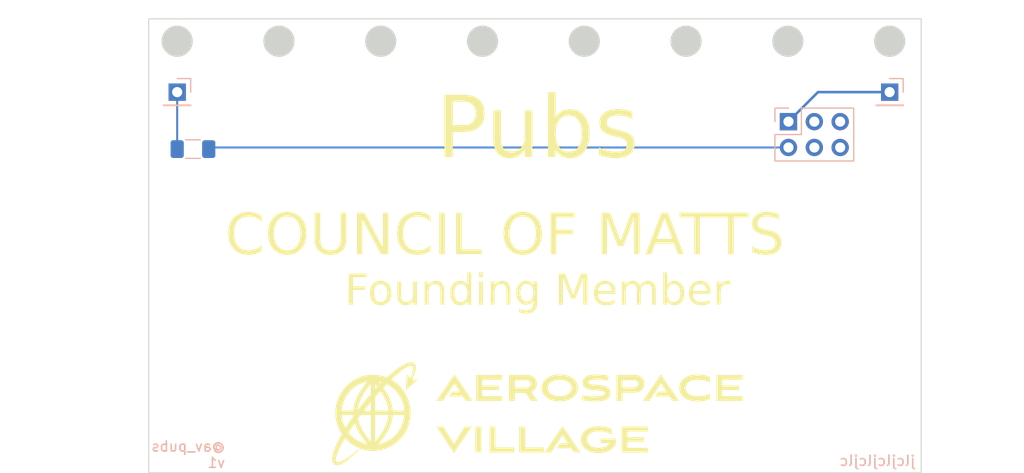
<source format=kicad_pcb>
(kicad_pcb (version 20220621) (generator pcbnew)
  (layers (0 "F.Cu" signal) (31 "B.Cu" signal) (34 "B.Paste" user) (35 "F.Paste" user) (36 "B.SilkS" user "B.Silkscreen") (37 "F.SilkS" user "F.Silkscreen") (38 "B.Mask" user) (39 "F.Mask" user) (44 "Edge.Cuts" user))
  (net 0 "")
  (footprint "Connector_PinHeader_2.54mm:PinHeader_2x03_P2.54mm_Vertical" (layer "B.Cu") (at 128.06 68.9 -90)
    (fp_text reference "REF**" hide)
    (fp_text value "PinHeader_2x03_P2.54mm_Vertical")
  )
  (footprint "Connector_PinHeader_2.54mm:PinHeader_1x01_P2.54mm_Vertical" (layer "B.Cu") (at 68 66 180)
    (fp_text reference "REF**" hide)
    (fp_text value "PinHeader_1x01_P2.54mm_Vertical")
  )
  (footprint "Resistor_SMD:R_1206_3216Metric_Pad1.30x1.75mm_HandSolder" (layer "B.Cu") (at 69.55 71.6 180)
    (fp_text reference "REF**" hide)
    (fp_text value "R_1206_3216Metric_Pad1.30x1.75mm_HandSolder")
  )
  (footprint "Connector_PinHeader_2.54mm:PinHeader_1x01_P2.54mm_Vertical" (layer "B.Cu") (at 138 66 180)
    (fp_text reference "REF**" hide)
    (fp_text value "PinHeader_1x01_P2.54mm_Vertical")
  )
  (gr_poly (pts (xy 85.964983 97.803052) (xy 85.894623 97.897778) (xy 85.824683 97.9928) (xy 85.755216 98.08805) (xy 85.75385 98.082507) (xy 85.720527 97.897981) (xy 85.720331 97.896716) (xy 85.720165 97.895517) (xy 85.699268 97.708614) (xy 86.035764 97.708614)) (stroke (width 0.04)) (fill solid) (layer "F.SilkS"))
  (gr_poly (pts (xy 112.975377 93.807647) (xy 113.03898 93.81158) (xy 113.100014 93.818016) (xy 113.15851 93.826858) (xy 113.214502 93.838009) (xy 113.268022 93.851371) (xy 113.319103 93.866848) (xy 113.367777 93.884342) (xy 113.414078 93.903756) (xy 113.458039 93.924993) (xy 113.499691 93.947956) (xy 113.539068 93.972547) (xy 113.576203 93.998669) (xy 113.611128 94.026225) (xy 113.643876 94.055119) (xy 113.674479 94.085252) (xy 113.702971 94.116528) (xy 113.729385 94.148849) (xy 113.753752 94.182118) (xy 113.776106 94.216238) (xy 113.79648 94.251112) (xy 113.814905 94.286643) (xy 113.831416 94.322733) (xy 113.846045 94.359286) (xy 113.858824 94.396203) (xy 113.869786 94.433389) (xy 113.878964 94.470745) (xy 113.886391 94.508175) (xy 113.896122 94.582866) (xy 113.899241 94.656686) (xy 113.896035 94.730558) (xy 113.886239 94.805401) (xy 113.869589 94.880422) (xy 113.84582 94.95483) (xy 113.81467 95.027833) (xy 113.796243 95.06356) (xy 113.775872 95.09864) (xy 113.753523 95.132973) (xy 113.729163 95.16646) (xy 113.70276 95.199002) (xy 113.674279 95.230501) (xy 113.643689 95.260857) (xy 113.610955 95.289971) (xy 113.576046 95.317746) (xy 113.538927 95.34408) (xy 113.499566 95.368877) (xy 113.45793 95.392036) (xy 113.413986 95.413459) (xy 113.367701 95.433048) (xy 113.319042 95.450702) (xy 113.267975 95.466323) (xy 113.214468 95.479812) (xy 113.158487 95.491071) (xy 113.1 95.5) (xy 113.038974 95.5065) (xy 112.975375 95.510473) (xy 112.90917 95.511819) (xy 111.728599 95.511819) (xy 111.728599 96.317211) (xy 111.183558 96.317211) (xy 111.183558 95.036627) (xy 111.729129 95.036627) (xy 112.794339 95.036627) (xy 112.834999 95.036019) (xy 112.873572 95.034227) (xy 112.910111 95.031294) (xy 112.944666 95.027269) (xy 112.977291 95.022195) (xy 113.008038 95.01612) (xy 113.036958 95.009089) (xy 113.064105 95.001148) (xy 113.089531 94.992343) (xy 113.113287 94.982719) (xy 113.135426 94.972323) (xy 113.155999 94.961199) (xy 113.175061 94.949395) (xy 113.192661 94.936956) (xy 113.208854 94.923927) (xy 113.22369 94.910355) (xy 113.237223 94.896285) (xy 113.249504 94.881763) (xy 113.260586 94.866836) (xy 113.270521 94.851548) (xy 113.279361 94.835946) (xy 113.287158 94.820075) (xy 113.293964 94.803982) (xy 113.299833 94.787712) (xy 113.304815 94.771311) (xy 113.308964 94.754825) (xy 113.314969 94.72178) (xy 113.318266 94.688945) (xy 113.319272 94.656686) (xy 113.318266 94.625265) (xy 113.314969 94.593163) (xy 113.308964 94.560754) (xy 113.299833 94.528412) (xy 113.287158 94.496511) (xy 113.270521 94.465423) (xy 113.260586 94.450301) (xy 113.249504 94.435523) (xy 113.237223 94.421135) (xy 113.22369 94.407184) (xy 113.208854 94.393716) (xy 113.192661 94.380779) (xy 113.175061 94.368419) (xy 113.155999 94.356683) (xy 113.135426 94.345618) (xy 113.113287 94.335269) (xy 113.089531 94.325685) (xy 113.064105 94.316911) (xy 113.036958 94.308994) (xy 113.008038 94.301982) (xy 112.977291 94.29592) (xy 112.944666 94.290856) (xy 112.910111 94.286835) (xy 112.873572 94.283906) (xy 112.834999 94.282114) (xy 112.794339 94.281506) (xy 111.729129 94.281506) (xy 111.729129 95.036627) (xy 111.183558 95.036627) (xy 111.183558 93.806315) (xy 112.90917 93.806315)) (stroke (width 0.04)) (fill solid) (layer "F.SilkS"))
  (gr_poly (pts (xy 102.175025 100.926252) (xy 104.005413 100.926252) (xy 104.005413 101.396153) (xy 101.629983 101.396153) (xy 101.629983 98.885256) (xy 102.175025 98.885256)) (stroke (width 0.04)) (fill solid) (layer "F.SilkS"))
  (gr_poly (pts (xy 96.982842 96.317211) (xy 96.372713 96.317211) (xy 96.092254 95.891761) (xy 94.725946 95.891761) (xy 95.018575 95.446731) (xy 95.802271 95.446731) (xy 95.242413 94.591598) (xy 94.682025 95.446731) (xy 94.682554 95.446731) (xy 94.389925 95.891761) (xy 94.38675 95.891761) (xy 94.111583 96.317211) (xy 93.501454 96.317211) (xy 95.242413 93.766098)) (stroke (width 0.04)) (fill solid) (layer "F.SilkS"))
  (gr_poly (pts (xy 109.501694 98.846205) (xy 109.589622 98.849679) (xy 109.676654 98.855424) (xy 109.762695 98.863403) (xy 109.847651 98.873581) (xy 109.931427 98.885921) (xy 110.013929 98.900386) (xy 110.095062 98.91694) (xy 110.174731 98.935547) (xy 110.252842 98.95617) (xy 110.329301 98.978772) (xy 110.404013 99.003318) (xy 110.476883 99.029771) (xy 110.547816 99.058094) (xy 110.616719 99.088251) (xy 110.683496 99.120206) (xy 110.683496 99.605452) (xy 110.550297 99.545158) (xy 110.412447 99.488919) (xy 110.341502 99.462705) (xy 110.269065 99.437964) (xy 110.195024 99.414852) (xy 110.119271 99.393521) (xy 110.041694 99.374124) (xy 109.962184 99.356816) (xy 109.880631 99.341749) (xy 109.796925 99.329078) (xy 109.710955 99.318955) (xy 109.622612 99.311535) (xy 109.531785 99.30697) (xy 109.438365 99.305414) (xy 109.341155 99.307648) (xy 109.241611 99.314603) (xy 109.140919 99.326661) (xy 109.040267 99.344201) (xy 108.940843 99.367604) (xy 108.891963 99.381623) (xy 108.843834 99.39725) (xy 108.796607 99.414534) (xy 108.750429 99.433522) (xy 108.705448 99.454261) (xy 108.661813 99.476798) (xy 108.619673 99.501182) (xy 108.579176 99.52746) (xy 108.54047 99.555679) (xy 108.503704 99.585888) (xy 108.469026 99.618133) (xy 108.436585 99.652463) (xy 108.406529 99.688924) (xy 108.379006 99.727565) (xy 108.354166 99.768433) (xy 108.332156 99.811576) (xy 108.313125 99.85704) (xy 108.297221 99.904874) (xy 108.284593 99.955126) (xy 108.275389 100.007843) (xy 108.269758 100.063071) (xy 108.267848 100.12086) (xy 108.269288 100.170369) (xy 108.273568 100.218574) (xy 108.280631 100.265456) (xy 108.290417 100.311) (xy 108.302869 100.355186) (xy 108.317927 100.397998) (xy 108.335534 100.439418) (xy 108.355632 100.479428) (xy 108.37816 100.518012) (xy 108.403062 100.555151) (xy 108.430279 100.590827) (xy 108.459752 100.625024) (xy 108.491423 100.657724) (xy 108.525234 100.688909) (xy 108.561126 100.718562) (xy 108.59904 100.746665) (xy 108.638918 100.773201) (xy 108.680703 100.798152) (xy 108.769755 100.843229) (xy 108.86573 100.881756) (xy 108.968159 100.913592) (xy 109.076575 100.938598) (xy 109.190512 100.956634) (xy 109.309501 100.967558) (xy 109.433075 100.97123) (xy 109.507382 100.969839) (xy 109.583633 100.965512) (xy 109.661188 100.958013) (xy 109.739412 100.947112) (xy 109.817667 100.932573) (xy 109.895316 100.914164) (xy 109.971722 100.891651) (xy 110.046247 100.864802) (xy 110.082605 100.849678) (xy 110.118254 100.833382) (xy 110.153114 100.815885) (xy 110.187106 100.797158) (xy 110.22015 100.777172) (xy 110.252167 100.755898) (xy 110.283076 100.733306) (xy 110.312798 100.709367) (xy 110.341254 100.684053) (xy 110.368363 100.657333) (xy 110.394047 100.629179) (xy 110.418224 100.599562) (xy 110.440817 100.568453) (xy 110.461745 100.535821) (xy 110.480928 100.501639) (xy 110.498288 100.465876) (xy 109.633098 100.465876) (xy 109.633098 100.060534) (xy 111.108415 100.060534) (xy 111.108642 100.076794) (xy 111.109242 100.092185) (xy 111.11106 100.122447) (xy 111.112031 100.138359) (xy 111.112879 100.155487) (xy 111.113478 100.174351) (xy 111.113705 100.195472) (xy 111.111367 100.270804) (xy 111.104439 100.343896) (xy 111.093051 100.414739) (xy 111.07733 100.483323) (xy 111.057408 100.549638) (xy 111.033411 100.613673) (xy 111.005471 100.675419) (xy 110.973716 100.734866) (xy 110.938275 100.792004) (xy 110.899277 100.846823) (xy 110.856852 100.899313) (xy 110.811129 100.949463) (xy 110.762236 100.997264) (xy 110.710303 101.042707) (xy 110.65546 101.08578) (xy 110.597834 101.126474) (xy 110.474755 101.200686) (xy 110.342099 101.265262) (xy 110.2009 101.320122) (xy 110.05219 101.365187) (xy 109.897003 101.400376) (xy 109.736372 101.42561) (xy 109.57133 101.440809) (xy 109.402911 101.445893) (xy 109.317479 101.444533) (xy 109.232815 101.440463) (xy 109.149049 101.433699) (xy 109.066306 101.424256) (xy 108.984715 101.41215) (xy 108.904403 101.397397) (xy 108.825497 101.380012) (xy 108.748125 101.360011) (xy 108.672414 101.337409) (xy 108.598491 101.312222) (xy 108.526485 101.284466) (xy 108.456522 101.254156) (xy 108.388729 101.221308) (xy 108.323235 101.185937) (xy 108.260167 101.148059) (xy 108.199651 101.10769) (xy 108.141816 101.064844) (xy 108.086789 101.019539) (xy 108.034698 100.971789) (xy 107.985669 100.92161) (xy 107.93983 100.869018) (xy 107.897308 100.814027) (xy 107.858232 100.756655) (xy 107.822728 100.696916) (xy 107.790923 100.634826) (xy 107.762946 100.5704) (xy 107.738924 100.503655) (xy 107.718983 100.434605) (xy 107.703252 100.363267) (xy 107.691858 100.289656) (xy 107.684928 100.213787) (xy 107.68259 100.135677) (xy 107.685069 100.054084) (xy 107.692407 99.97529) (xy 107.704449 99.899281) (xy 107.721043 99.826043) (xy 107.742036 99.755563) (xy 107.767275 99.687826) (xy 107.796607 99.62282) (xy 107.82988 99.560531) (xy 107.86694 99.500944) (xy 107.907634 99.444047) (xy 107.95181 99.389825) (xy 107.999314 99.338265) (xy 108.049995 99.289354) (xy 108.103698 99.243077) (xy 108.160271 99.199421) (xy 108.219561 99.158372) (xy 108.345682 99.084042) (xy 108.480835 99.019978) (xy 108.6238 98.966069) (xy 108.773351 98.922207) (xy 108.928267 98.888282) (xy 109.087323 98.864186) (xy 109.249297 98.849808) (xy 109.412965 98.845039)) (stroke (width 0.04)) (fill solid) (layer "F.SilkS"))
  (gr_poly (pts (xy 117.271091 96.317211) (xy 116.66096 96.317211) (xy 116.380502 95.891761) (xy 115.008903 95.891761) (xy 115.30153 95.446731) (xy 116.09052 95.446731) (xy 115.530661 94.591598) (xy 114.400361 96.317211) (xy 113.789702 96.317211) (xy 115.530661 93.766098)) (stroke (width 0.04)) (fill solid) (layer "F.SilkS"))
  (gr_poly (pts (xy 97.858083 101.396153) (xy 97.313041 101.396153) (xy 97.313041 98.885256) (xy 97.858083 98.885256)) (stroke (width 0.04)) (fill solid) (layer "F.SilkS"))
  (gr_poly (pts (xy 95.192142 100.585998) (xy 96.252592 98.885256) (xy 96.892884 98.885256) (xy 95.192142 101.446422) (xy 93.501454 98.885256) (xy 94.147038 98.885256)) (stroke (width 0.04)) (fill solid) (layer "F.SilkS"))
  (gr_poly (pts (xy 102.395747 93.807676) (xy 102.459351 93.811693) (xy 102.520384 93.818265) (xy 102.578881 93.82729) (xy 102.634874 93.838669) (xy 102.688395 93.852299) (xy 102.739478 93.868081) (xy 102.788155 93.885913) (xy 102.83446 93.905695) (xy 102.878425 93.927325) (xy 102.920083 93.950703) (xy 102.959466 93.975728) (xy 102.996608 94.002299) (xy 103.031542 94.030315) (xy 103.0643 94.059675) (xy 103.094915 94.090279) (xy 103.12342 94.122025) (xy 103.149849 94.154813) (xy 103.174232 94.188542) (xy 103.196605 94.223111) (xy 103.216999 94.258419) (xy 103.235447 94.294365) (xy 103.251983 94.330849) (xy 103.266638 94.367769) (xy 103.279446 94.405025) (xy 103.29044 94.442515) (xy 103.307116 94.517797) (xy 103.316929 94.592808) (xy 103.320141 94.66674) (xy 103.318368 94.724137) (xy 103.312973 94.78183) (xy 103.303845 94.839515) (xy 103.290872 94.896894) (xy 103.273943 94.953666) (xy 103.26396 94.981729) (xy 103.252946 95.009528) (xy 103.240887 95.037025) (xy 103.227769 95.064182) (xy 103.213578 95.090961) (xy 103.198301 95.117325) (xy 103.181923 95.143237) (xy 103.16443 95.168658) (xy 103.145809 95.193551) (xy 103.126045 95.217879) (xy 103.105125 95.241604) (xy 103.083034 95.264688) (xy 103.059758 95.287094) (xy 103.035285 95.308784) (xy 103.009599 95.329721) (xy 102.982686 95.349867) (xy 102.954534 95.369184) (xy 102.925127 95.387634) (xy 102.894452 95.405181) (xy 102.862495 95.421787) (xy 102.829242 95.437413) (xy 102.794679 95.452023) (xy 103.374644 96.317211) (xy 102.764515 96.317211) (xy 102.23429 95.531927) (xy 101.159023 95.531927) (xy 101.159023 96.317211) (xy 100.613982 96.317211) (xy 100.613982 95.051444) (xy 101.159554 95.051444) (xy 102.250168 95.051444) (xy 102.288061 95.050851) (xy 102.323985 95.0491) (xy 102.357992 95.046234) (xy 102.390131 95.042293) (xy 102.420452 95.037321) (xy 102.449005 95.031359) (xy 102.475841 95.02445) (xy 102.50101 95.016635) (xy 102.524562 95.007956) (xy 102.546547 94.998456) (xy 102.567016 94.988177) (xy 102.586018 94.97716) (xy 102.603604 94.965448) (xy 102.619824 94.953083) (xy 102.634728 94.940106) (xy 102.648366 94.926561) (xy 102.660789 94.912488) (xy 102.672047 94.89793) (xy 102.68219 94.882929) (xy 102.691268 94.867528) (xy 102.699331 94.851767) (xy 102.70643 94.83569) (xy 102.712615 94.819337) (xy 102.717935 94.802752) (xy 102.722442 94.785977) (xy 102.726184 94.769052) (xy 102.73158 94.734926) (xy 102.734522 94.70071) (xy 102.735414 94.66674) (xy 102.734522 94.635319) (xy 102.73158 94.603217) (xy 102.726184 94.570809) (xy 102.717935 94.538467) (xy 102.70643 94.506565) (xy 102.699331 94.490896) (xy 102.691268 94.475477) (xy 102.68219 94.460355) (xy 102.672047 94.445577) (xy 102.660789 94.431189) (xy 102.648366 94.417238) (xy 102.634727 94.40377) (xy 102.619823 94.390834) (xy 102.603603 94.378474) (xy 102.586017 94.366738) (xy 102.567015 94.355672) (xy 102.546546 94.345324) (xy 102.524561 94.335739) (xy 102.501009 94.326965) (xy 102.47584 94.319049) (xy 102.449004 94.312036) (xy 102.420451 94.305974) (xy 102.39013 94.30091) (xy 102.357992 94.29689) (xy 102.323985 94.29396) (xy 102.288061 94.292168) (xy 102.250168 94.291561) (xy 101.159554 94.291561) (xy 101.159554 95.051444) (xy 100.613982 95.051444) (xy 100.613982 93.806315) (xy 102.329541 93.806315)) (stroke (width 0.04)) (fill solid) (layer "F.SilkS"))
  (gr_poly (pts (xy 84.194193 99.603498) (xy 84.216151 99.635969) (xy 84.240715 99.671483) (xy 84.265675 99.706691) (xy 84.291064 99.741565) (xy 84.317734 99.777241) (xy 84.344818 99.812577) (xy 84.37231 99.847573) (xy 84.400205 99.882228) (xy 84.42162 99.908082) (xy 84.443369 99.933635) (xy 84.465343 99.958988) (xy 84.487435 99.984238) (xy 84.470557 100.012116) (xy 84.453473 100.039888) (xy 84.436447 100.067689) (xy 84.419739 100.095652) (xy 84.285178 100.329747) (xy 84.15369 100.565039) (xy 84.089812 100.68338) (xy 84.027559 100.802316) (xy 83.967217 100.921944) (xy 83.909072 101.042364) (xy 83.853257 101.163083) (xy 83.799492 101.284914) (xy 83.74863 101.407526) (xy 83.701527 101.530592) (xy 83.659038 101.653782) (xy 83.639791 101.71532) (xy 83.622018 101.776766) (xy 83.605825 101.838079) (xy 83.59132 101.899217) (xy 83.57861 101.96014) (xy 83.567801 102.020805) (xy 83.564567 102.05027) (xy 83.562065 102.079427) (xy 83.560382 102.108122) (xy 83.559605 102.136202) (xy 83.55982 102.163512) (xy 83.560327 102.176831) (xy 83.561114 102.1899) (xy 83.562193 102.2027) (xy 83.563573 102.215212) (xy 83.565267 102.227416) (xy 83.567284 102.239294) (xy 83.570034 102.250728) (xy 83.572937 102.261438) (xy 83.576011 102.271455) (xy 83.579274 102.280812) (xy 83.582745 102.289539) (xy 83.586441 102.297669) (xy 83.588379 102.301519) (xy 83.59038 102.305233) (xy 83.592446 102.308812) (xy 83.59458 102.312263) (xy 83.596783 102.315587) (xy 83.599059 102.31879) (xy 83.601408 102.321876) (xy 83.603835 102.324848) (xy 83.60634 102.32771) (xy 83.608926 102.330466) (xy 83.611595 102.333121) (xy 83.61435 102.335677) (xy 83.617192 102.33814) (xy 83.620125 102.340513) (xy 83.623149 102.3428) (xy 83.626268 102.345005) (xy 83.632799 102.349185) (xy 83.639734 102.353085) (xy 83.647548 102.356856) (xy 83.656077 102.360229) (xy 83.665282 102.363207) (xy 83.675121 102.365787) (xy 83.685552 102.367971) (xy 83.696535 102.369758) (xy 83.708028 102.371148) (xy 83.71999 102.372141) (xy 83.73238 102.372738) (xy 83.745157 102.372938) (xy 83.758279 102.37274) (xy 83.771705 102.372146) (xy 83.785395 102.371154) (xy 83.799306 102.369766) (xy 83.813398 102.36798) (xy 83.82763 102.365797) (xy 83.856413 102.360654) (xy 83.88557 102.354408) (xy 83.915032 102.347146) (xy 83.944735 102.338955) (xy 83.974611 102.32992) (xy 84.004595 102.320129) (xy 84.034619 102.309666) (xy 84.064618 102.298618) (xy 84.124859 102.274036) (xy 84.184741 102.247788) (xy 84.244273 102.219981) (xy 84.303468 102.190724) (xy 84.362335 102.160123) (xy 84.420885 102.128288) (xy 84.537077 102.061345) (xy 84.652128 101.990755) (xy 84.766122 101.917381) (xy 84.879144 101.842086) (xy 84.99128 101.765731) (xy 85.102258 101.686689) (xy 85.212558 101.606377) (xy 85.322199 101.524873) (xy 85.431201 101.442251) (xy 85.647364 101.273957) (xy 85.861201 101.102102) (xy 85.767273 101.20234) (xy 85.672341 101.301749) (xy 85.576295 101.400191) (xy 85.47902 101.49753) (xy 85.380407 101.593629) (xy 85.280342 101.68835) (xy 85.178713 101.781557) (xy 85.075409 101.873114) (xy 85.023365 101.918548) (xy 84.9708 101.963536) (xy 84.91769 102.008028) (xy 84.864009 102.051975) (xy 84.809733 102.095326) (xy 84.754837 102.138032) (xy 84.699295 102.180043) (xy 84.643084 102.22131) (xy 84.586235 102.262092) (xy 84.528711 102.302191) (xy 84.470381 102.341473) (xy 84.411115 102.3798) (xy 84.350782 102.417035) (xy 84.289252 102.453042) (xy 84.226395 102.487685) (xy 84.16208 102.520827) (xy 84.129147 102.53653) (xy 84.095766 102.551793) (xy 84.061839 102.566474) (xy 84.027266 102.58043) (xy 83.99195 102.593518) (xy 83.95579 102.605595) (xy 83.918689 102.616518) (xy 83.899754 102.621502) (xy 83.880547 102.626144) (xy 83.84166 102.634265) (xy 83.801233 102.641103) (xy 83.780457 102.643826) (xy 83.759316 102.645971) (xy 83.737814 102.64745) (xy 83.715959 102.648178) (xy 83.693757 102.648069) (xy 83.671214 102.647037) (xy 83.648336 102.644996) (xy 83.62513 102.641859) (xy 83.601601 102.63754) (xy 83.577757 102.631954) (xy 83.553604 102.625015) (xy 83.529147 102.616635) (xy 83.517116 102.611672) (xy 83.505227 102.606308) (xy 83.493475 102.600545) (xy 83.481853 102.594385) (xy 83.470355 102.587827) (xy 83.458974 102.580874) (xy 83.447706 102.573526) (xy 83.436543 102.565785) (xy 83.426476 102.557283) (xy 83.416524 102.548476) (xy 83.406697 102.539408) (xy 83.397008 102.530122) (xy 83.387468 102.520662) (xy 83.378088 102.511073) (xy 83.36888 102.501398) (xy 83.359855 102.491681) (xy 83.345605 102.470474) (xy 83.338566 102.459757) (xy 83.331637 102.44898) (xy 83.324858 102.438153) (xy 83.318266 102.427287) (xy 83.3119 102.416394) (xy 83.305801 102.405485) (xy 83.301289 102.394721) (xy 83.296874 102.383871) (xy 83.288308 102.361957) (xy 83.280039 102.339845) (xy 83.272005 102.317635) (xy 83.266498 102.29601) (xy 83.26166 102.274588) (xy 83.257454 102.253361) (xy 83.253846 102.232322) (xy 83.250798 102.211462) (xy 83.248274 102.190775) (xy 83.246238 102.170252) (xy 83.244654 102.149885) (xy 83.242695 102.10959) (xy 83.242109 102.069829) (xy 83.242605 102.03054) (xy 83.243893 101.99166) (xy 83.250802 101.915986) (xy 83.260272 101.841677) (xy 83.272085 101.76861) (xy 83.286026 101.69666) (xy 83.301876 101.625702) (xy 83.31942 101.555611) (xy 83.338439 101.486264) (xy 83.358718 101.417535) (xy 83.37991 101.349407) (xy 83.402146 101.281903) (xy 83.425325 101.214954) (xy 83.449348 101.148493) (xy 83.474115 101.082454) (xy 83.499527 101.01677) (xy 83.551884 100.886198) (xy 83.622417 100.719705) (xy 83.696161 100.555133) (xy 83.772864 100.39234) (xy 83.852275 100.231187) (xy 83.934142 100.071534) (xy 84.018211 99.913242) (xy 84.104231 99.75617) (xy 84.191911 99.600246)) (stroke (width 0.04)) (fill solid) (layer "F.SilkS"))
  (gr_poly (pts (xy 105.58127 93.766098) (xy 105.672591 93.767515) (xy 105.762631 93.771747) (xy 105.851283 93.778765) (xy 105.938442 93.78854) (xy 106.024002 93.801045) (xy 106.107856 93.816251) (xy 106.189898 93.834129) (xy 106.270022 93.854651) (xy 106.348122 93.877788) (xy 106.424093 93.903512) (xy 106.497827 93.931795) (xy 106.569219 93.962607) (xy 106.638163 93.995921) (xy 106.704552 94.031708) (xy 106.768281 94.069939) (xy 106.829244 94.110586) (xy 106.887333 94.15362) (xy 106.942444 94.199014) (xy 106.99447 94.246738) (xy 107.043305 94.296763) (xy 107.088843 94.349063) (xy 107.130977 94.403607) (xy 107.169603 94.460368) (xy 107.204613 94.519317) (xy 107.235901 94.580426) (xy 107.263362 94.643666) (xy 107.28689 94.709008) (xy 107.306377 94.776424) (xy 107.321719 94.845886) (xy 107.332808 94.917365) (xy 107.33954 94.990833) (xy 107.341807 95.066261) (xy 107.339538 95.140804) (xy 107.332803 95.213499) (xy 107.321706 95.284313) (xy 107.306355 95.353211) (xy 107.286857 95.420158) (xy 107.263317 95.485122) (xy 107.235842 95.548068) (xy 107.204538 95.608962) (xy 107.169512 95.667771) (xy 107.130871 95.724459) (xy 107.08872 95.778993) (xy 107.043165 95.83134) (xy 106.994314 95.881464) (xy 106.942273 95.929332) (xy 106.887148 95.974911) (xy 106.829045 96.018165) (xy 106.704333 96.097566) (xy 106.568987 96.167263) (xy 106.423858 96.226984) (xy 106.269799 96.276457) (xy 106.107659 96.315409) (xy 105.93829 96.343569) (xy 105.762544 96.360664) (xy 105.58127 96.366423) (xy 105.490415 96.364979) (xy 105.400782 96.36067) (xy 105.31248 96.353529) (xy 105.225618 96.34359) (xy 105.140305 96.330887) (xy 105.056651 96.315454) (xy 104.974763 96.297324) (xy 104.894752 96.276531) (xy 104.816725 96.253109) (xy 104.740793 96.227091) (xy 104.667064 96.198511) (xy 104.595648 96.167403) (xy 104.526652 96.1338) (xy 104.460187 96.097737) (xy 104.39636 96.059247) (xy 104.335282 96.018364) (xy 104.277061 95.975121) (xy 104.221807 95.929552) (xy 104.169627 95.881691) (xy 104.120632 95.831572) (xy 104.07493 95.779228) (xy 104.03263 95.724693) (xy 103.993841 95.668001) (xy 103.958673 95.609186) (xy 103.927234 95.54828) (xy 103.899633 95.485319) (xy 103.875979 95.420335) (xy 103.856382 95.353363) (xy 103.840949 95.284435) (xy 103.829791 95.213587) (xy 103.823017 95.140851) (xy 103.82075 95.06679) (xy 104.405992 95.06679) (xy 104.407434 95.113605) (xy 104.41172 95.159281) (xy 104.418796 95.203795) (xy 104.428602 95.247125) (xy 104.441084 95.289248) (xy 104.456183 95.33014) (xy 104.473843 95.36978) (xy 104.494007 95.408144) (xy 104.516618 95.445209) (xy 104.54162 95.480954) (xy 104.568955 95.515355) (xy 104.598566 95.548389) (xy 104.630397 95.580033) (xy 104.664391 95.610265) (xy 104.70049 95.639062) (xy 104.738639 95.666402) (xy 104.820856 95.716617) (xy 104.910586 95.760727) (xy 105.007375 95.798551) (xy 105.110767 95.829906) (xy 105.220308 95.854611) (xy 105.335542 95.872482) (xy 105.456014 95.883339) (xy 105.58127 95.886998) (xy 105.644468 95.88608) (xy 105.706527 95.883339) (xy 105.767389 95.878799) (xy 105.826999 95.872482) (xy 105.8853 95.864412) (xy 105.942233 95.854611) (xy 105.997744 95.843101) (xy 106.051774 95.829906) (xy 106.104267 95.815048) (xy 106.155166 95.798551) (xy 106.204415 95.780436) (xy 106.251955 95.760727) (xy 106.297731 95.739446) (xy 106.341685 95.716617) (xy 106.383761 95.692261) (xy 106.423902 95.666402) (xy 106.462051 95.639062) (xy 106.49815 95.610265) (xy 106.532144 95.580033) (xy 106.563975 95.548389) (xy 106.593586 95.515355) (xy 106.620921 95.480954) (xy 106.645923 95.445209) (xy 106.668534 95.408144) (xy 106.688698 95.36978) (xy 106.706358 95.33014) (xy 106.721457 95.289248) (xy 106.733938 95.247125) (xy 106.743745 95.203795) (xy 106.75082 95.159281) (xy 106.755107 95.113605) (xy 106.756549 95.06679) (xy 106.755107 95.019137) (xy 106.75082 94.972729) (xy 106.743745 94.927584) (xy 106.733938 94.88372) (xy 106.721457 94.841154) (xy 106.706358 94.799903) (xy 106.688698 94.759985) (xy 106.668534 94.721418) (xy 106.645923 94.684219) (xy 106.620921 94.648405) (xy 106.593586 94.613995) (xy 106.563975 94.581006) (xy 106.532144 94.549455) (xy 106.49815 94.519359) (xy 106.462051 94.490737) (xy 106.423902 94.463606) (xy 106.341685 94.413887) (xy 106.251955 94.370342) (xy 106.155166 94.333111) (xy 106.051774 94.302334) (xy 105.942233 94.278153) (xy 105.826999 94.260707) (xy 105.706527 94.250136) (xy 105.58127 94.246582) (xy 105.518073 94.247473) (xy 105.456014 94.250136) (xy 105.395152 94.254553) (xy 105.335542 94.260707) (xy 105.277242 94.268579) (xy 105.220308 94.278153) (xy 105.164797 94.289411) (xy 105.110767 94.302334) (xy 105.058274 94.316907) (xy 105.007375 94.333111) (xy 104.958127 94.350928) (xy 104.910586 94.370342) (xy 104.86481 94.391334) (xy 104.820856 94.413887) (xy 104.77878 94.437984) (xy 104.738639 94.463606) (xy 104.70049 94.490737) (xy 104.664391 94.519359) (xy 104.630397 94.549455) (xy 104.598566 94.581006) (xy 104.568955 94.613995) (xy 104.54162 94.648405) (xy 104.516618 94.684219) (xy 104.494007 94.721418) (xy 104.473843 94.759985) (xy 104.456183 94.799903) (xy 104.441084 94.841154) (xy 104.428602 94.88372) (xy 104.418796 94.927584) (xy 104.41172 94.972729) (xy 104.407434 95.019137) (xy 104.405992 95.06679) (xy 103.82075 95.06679) (xy 103.820734 95.066261) (xy 103.823017 94.990833) (xy 103.829791 94.917365) (xy 103.840949 94.845886) (xy 103.856382 94.776424) (xy 103.875979 94.709008) (xy 103.899633 94.643666) (xy 103.927234 94.580426) (xy 103.958673 94.519317) (xy 103.993841 94.460368) (xy 104.03263 94.403607) (xy 104.07493 94.349063) (xy 104.120632 94.296763) (xy 104.169627 94.246738) (xy 104.221807 94.199014) (xy 104.277061 94.15362) (xy 104.335282 94.110586) (xy 104.460187 94.031708) (xy 104.595648 93.962607) (xy 104.740793 93.903512) (xy 104.894752 93.854651) (xy 105.056651 93.816251) (xy 105.225618 93.78854) (xy 105.400782 93.771747) (xy 105.58127 93.766098)) (stroke (width 0.04)) (fill solid) (layer "F.SilkS"))
  (gr_poly (pts (xy 119.250511 93.766451) (xy 119.332131 93.7691) (xy 119.41202 93.773525) (xy 119.490242 93.779732) (xy 119.56686 93.787728) (xy 119.64194 93.79752) (xy 119.715546 93.809115) (xy 119.787741 93.82252) (xy 119.858591 93.837742) (xy 119.92816 93.854788) (xy 119.996511 93.873665) (xy 120.06371 93.89438) (xy 120.129821 93.916939) (xy 120.194908 93.94135) (xy 120.259035 93.967621) (xy 120.322267 93.995756) (xy 120.322267 94.511165) (xy 120.274432 94.48424) (xy 120.223055 94.45794) (xy 120.168216 94.432418) (xy 120.109996 94.407829) (xy 120.048473 94.384324) (xy 119.983728 94.362058) (xy 119.915841 94.341184) (xy 119.844891 94.321856) (xy 119.770959 94.304226) (xy 119.694123 94.28845) (xy 119.614464 94.274679) (xy 119.532062 94.263068) (xy 119.446997 94.253771) (xy 119.359348 94.246939) (xy 119.269195 94.242728) (xy 119.176619 94.24129) (xy 119.104868 94.242195) (xy 119.034989 94.244898) (xy 118.967008 94.249379) (xy 118.900952 94.25562) (xy 118.836847 94.2636) (xy 118.77472 94.273301) (xy 118.714598 94.284703) (xy 118.656508 94.297787) (xy 118.600475 94.312533) (xy 118.546527 94.328923) (xy 118.49469 94.346938) (xy 118.444991 94.366557) (xy 118.397457 94.387761) (xy 118.352114 94.410532) (xy 118.308989 94.43485) (xy 118.268108 94.460696) (xy 118.229499 94.48805) (xy 118.193187 94.516893) (xy 118.1592 94.547206) (xy 118.127564 94.57897) (xy 118.098306 94.612164) (xy 118.071452 94.646771) (xy 118.047029 94.682771) (xy 118.025064 94.720144) (xy 118.005583 94.758872) (xy 117.988613 94.798934) (xy 117.974181 94.840312) (xy 117.962313 94.882986) (xy 117.953036 94.926937) (xy 117.946376 94.972146) (xy 117.942361 95.018594) (xy 117.941017 95.066261) (xy 117.942347 95.113976) (xy 117.946322 95.160468) (xy 117.952922 95.205719) (xy 117.962125 95.24971) (xy 117.97391 95.292421) (xy 117.988257 95.333833) (xy 118.005144 95.373926) (xy 118.024551 95.412683) (xy 118.046456 95.450083) (xy 118.070838 95.486107) (xy 118.097676 95.520736) (xy 118.12695 95.553952) (xy 118.158637 95.585734) (xy 118.192718 95.616063) (xy 118.229171 95.644921) (xy 118.267976 95.672289) (xy 118.352553 95.722474) (xy 118.446283 95.766466) (xy 118.548997 95.804111) (xy 118.660526 95.835255) (xy 118.780704 95.859746) (xy 118.90936 95.87743) (xy 119.046328 95.888152) (xy 119.191438 95.891761) (xy 119.27997 95.890494) (xy 119.367213 95.886787) (xy 119.452932 95.88078) (xy 119.536892 95.872611) (xy 119.618859 95.862421) (xy 119.698597 95.850349) (xy 119.775872 95.836534) (xy 119.850448 95.821117) (xy 119.922091 95.804236) (xy 119.990567 95.78603) (xy 120.055639 95.766641) (xy 120.117074 95.746207) (xy 120.174635 95.724867) (xy 120.22809 95.702761) (xy 120.277202 95.680029) (xy 120.321736 95.65681) (xy 120.321736 96.142585) (xy 120.258452 96.16979) (xy 120.194182 96.195245) (xy 120.128883 96.218949) (xy 120.062511 96.240903) (xy 119.995022 96.261105) (xy 119.926374 96.279554) (xy 119.856523 96.29625) (xy 119.785425 96.311191) (xy 119.713038 96.324378) (xy 119.639317 96.335809) (xy 119.56422 96.345483) (xy 119.487703 96.353401) (xy 119.409722 96.35956) (xy 119.330235 96.36396) (xy 119.249197 96.366601) (xy 119.166566 96.367481) (xy 119.063277 96.366121) (xy 118.962497 96.362054) (xy 118.864277 96.355295) (xy 118.768667 96.345863) (xy 118.675717 96.333775) (xy 118.585479 96.319048) (xy 118.498003 96.3017) (xy 118.413338 96.281748) (xy 118.331536 96.259209) (xy 118.252648 96.234101) (xy 118.176722 96.206441) (xy 118.103811 96.176246) (xy 118.033965 96.143535) (xy 117.967233 96.108323) (xy 117.903667 96.070628) (xy 117.843317 96.030468) (xy 117.786234 95.987861) (xy 117.732467 95.942822) (xy 117.682068 95.895371) (xy 117.635087 95.845524) (xy 117.591574 95.793298) (xy 117.55158 95.738711) (xy 117.515156 95.68178) (xy 117.482351 95.622522) (xy 117.453216 95.560956) (xy 117.427803 95.497097) (xy 117.40616 95.430964) (xy 117.38834 95.362574) (xy 117.374392 95.291944) (xy 117.364366 95.219092) (xy 117.358314 95.144035) (xy 117.356285 95.06679) (xy 117.356288 95.06679) (xy 117.358317 94.989545) (xy 117.364369 94.914487) (xy 117.374395 94.841634) (xy 117.388344 94.771004) (xy 117.406165 94.702613) (xy 117.427809 94.636479) (xy 117.453225 94.572618) (xy 117.482362 94.511049) (xy 117.51517 94.451788) (xy 117.551599 94.394853) (xy 117.591598 94.34026) (xy 117.635117 94.288028) (xy 117.682106 94.238173) (xy 117.732513 94.190713) (xy 117.78629 94.145664) (xy 117.843385 94.103045) (xy 117.903748 94.062872) (xy 117.967329 94.025163) (xy 118.034077 93.989934) (xy 118.103941 93.957204) (xy 118.25282 93.899306) (xy 118.413561 93.851608) (xy 118.585763 93.814247) (xy 118.769021 93.787362) (xy 118.962932 93.77109) (xy 119.167094 93.765569)) (stroke (width 0.04)) (fill solid) (layer "F.SilkS"))
  (gr_poly (pts (xy 109.287952 93.766953) (xy 109.381758 93.769415) (xy 109.47387 93.773329) (xy 109.563904 93.778542) (xy 109.736215 93.792245) (xy 109.895634 93.809291) (xy 110.039103 93.828446) (xy 110.163566 93.848474) (xy 110.265964 93.868144) (xy 110.343242 93.886219) (xy 110.318373 94.341302) (xy 110.228036 94.317454) (xy 110.126202 94.295075) (xy 110.013033 94.274692) (xy 109.888689 94.256834) (xy 109.753332 94.242027) (xy 109.607123 94.230797) (xy 109.450222 94.223673) (xy 109.282793 94.221182) (xy 109.200297 94.221806) (xy 109.118348 94.22382) (xy 109.037605 94.227436) (xy 108.958727 94.232865) (xy 108.882373 94.240318) (xy 108.809202 94.250008) (xy 108.739873 94.262145) (xy 108.706854 94.269198) (xy 108.675044 94.276942) (xy 108.644523 94.285404) (xy 108.615374 94.294611) (xy 108.58768 94.304588) (xy 108.561522 94.315362) (xy 108.536984 94.32696) (xy 108.514148 94.339407) (xy 108.493096 94.352731) (xy 108.47391 94.366959) (xy 108.456672 94.382115) (xy 108.441466 94.398228) (xy 108.428374 94.415322) (xy 108.417477 94.433426) (xy 108.408858 94.452565) (xy 108.4026 94.472765) (xy 108.398784 94.494054) (xy 108.397494 94.516457) (xy 108.397497 94.516457) (xy 108.403668 94.561913) (xy 108.421655 94.601113) (xy 108.45067 94.6346) (xy 108.489925 94.662916) (xy 108.538633 94.686604) (xy 108.596005 94.706208) (xy 108.661255 94.72227) (xy 108.733593 94.735333) (xy 108.896385 94.754636) (xy 109.07808 94.76846) (xy 109.472964 94.797047) (xy 109.673547 94.820498) (xy 109.867822 94.855847) (xy 109.960624 94.879339) (xy 110.049486 94.907436) (xy 110.133618 94.940678) (xy 110.212235 94.97961) (xy 110.284546 95.024773) (xy 110.349766 95.076712) (xy 110.407106 95.135969) (xy 110.455778 95.203087) (xy 110.494995 95.27861) (xy 110.523967 95.363079) (xy 110.541909 95.457039) (xy 110.548031 95.561031) (xy 110.545873 95.624518) (xy 110.539492 95.684662) (xy 110.529033 95.741551) (xy 110.514639 95.795272) (xy 110.496455 95.845912) (xy 110.474623 95.893558) (xy 110.449288 95.938296) (xy 110.420593 95.980214) (xy 110.388682 96.019399) (xy 110.353699 96.055938) (xy 110.315787 96.089918) (xy 110.27509 96.121425) (xy 110.231752 96.150548) (xy 110.185916 96.177372) (xy 110.087326 96.224474) (xy 109.98047 96.263428) (xy 109.866497 96.29493) (xy 109.746558 96.319675) (xy 109.6218 96.338361) (xy 109.493375 96.351682) (xy 109.362432 96.360336) (xy 109.230119 96.365017) (xy 109.097587 96.366423) (xy 108.934215 96.364591) (xy 108.768016 96.359205) (xy 108.600873 96.350433) (xy 108.434674 96.338443) (xy 108.271302 96.323402) (xy 108.112643 96.305478) (xy 107.960582 96.284837) (xy 107.817004 96.261648) (xy 107.837112 95.806565) (xy 107.984302 95.831296) (xy 108.129997 95.85271) (xy 108.275085 95.870812) (xy 108.420451 95.885609) (xy 108.566984 95.897107) (xy 108.715569 95.905312) (xy 108.867093 95.910231) (xy 109.022444 95.911869) (xy 109.119285 95.911125) (xy 109.214332 95.90875) (xy 109.306972 95.904523) (xy 109.39659 95.898226) (xy 109.482571 95.889641) (xy 109.5643 95.87855) (xy 109.641163 95.864733) (xy 109.677577 95.856734) (xy 109.712544 95.847972) (xy 109.745987 95.838419) (xy 109.77783 95.828048) (xy 109.807995 95.816832) (xy 109.836405 95.804744) (xy 109.862984 95.791755) (xy 109.887655 95.777839) (xy 109.910341 95.762969) (xy 109.930966 95.747116) (xy 109.949451 95.730254) (xy 109.965722 95.712356) (xy 109.979699 95.693394) (xy 109.991308 95.673341) (xy 110.000471 95.652169) (xy 110.007111 95.629851) (xy 110.011151 95.60636) (xy 110.012515 95.581669) (xy 110.006332 95.532184) (xy 109.98831 95.489326) (xy 109.959238 95.452541) (xy 109.919905 95.421275) (xy 109.8711 95.394972) (xy 109.813613 95.37308) (xy 109.748233 95.355045) (xy 109.67575 95.340311) (xy 109.512629 95.318533) (xy 109.330565 95.303314) (xy 108.934866 95.274818) (xy 108.733859 95.252676) (xy 108.539167 95.21936) (xy 108.446162 95.197127) (xy 108.357103 95.170438) (xy 108.27278 95.138738) (xy 108.193983 95.101475) (xy 108.121499 95.058093) (xy 108.056119 95.00804) (xy 107.998632 94.950759) (xy 107.949828 94.885698) (xy 107.910495 94.812302) (xy 107.881422 94.730017) (xy 107.8634 94.63829) (xy 107.857217 94.536565) (xy 107.859445 94.474482) (xy 107.866008 94.415768) (xy 107.876728 94.36033) (xy 107.891427 94.308078) (xy 107.909926 94.25892) (xy 107.932045 94.212764) (xy 107.957607 94.169517) (xy 107.986433 94.12909) (xy 108.018344 94.091389) (xy 108.053161 94.056324) (xy 108.090706 94.023802) (xy 108.130801 93.993733) (xy 108.173265 93.966023) (xy 108.217921 93.940583) (xy 108.313094 93.896141) (xy 108.41489 93.859674) (xy 108.52188 93.830448) (xy 108.632633 93.80773) (xy 108.745721 93.790787) (xy 108.859715 93.778886) (xy 108.973185 93.771293) (xy 109.084701 93.767274) (xy 109.192834 93.766098)) (stroke (width 0.04)) (fill solid) (layer "F.SilkS"))
  (gr_poly (pts (xy 87.044384 96.427555) (xy 86.864793 96.648057) (xy 86.686823 96.869908) (xy 86.510331 97.092947) (xy 86.33519 97.316994) (xy 85.699263 97.316994) (xy 85.699785 97.312331) (xy 85.776113 97.208996) (xy 85.852726 97.105861) (xy 86.141438 96.734656) (xy 86.288053 96.550776) (xy 86.436196 96.368092) (xy 86.585884 96.18664) (xy 86.737134 96.006456) (xy 86.889962 95.827574) (xy 87.044384 95.650032)) (stroke (width 0.04)) (fill solid) (layer "F.SilkS"))
  (gr_poly (pts (xy 114.224678 99.32076) (xy 112.233954 99.32076) (xy 112.233954 99.93089) (xy 113.864845 99.93089) (xy 113.864845 100.326177) (xy 112.233954 100.326177) (xy 112.233954 100.96594) (xy 114.224678 100.96594) (xy 114.224678 101.396153) (xy 111.688911 101.396153) (xy 111.688911 98.885256) (xy 114.224678 98.885256)) (stroke (width 0.04)) (fill solid) (layer "F.SilkS"))
  (gr_poly (pts (xy 87.891669 95.225645) (xy 87.891981 95.226079) (xy 87.892608 95.22697) (xy 87.911716 95.254432) (xy 87.913008 95.256309) (xy 87.933605 95.286896) (xy 87.954087 95.317589) (xy 87.974767 95.348138) (xy 87.803487 95.539657) (xy 87.633392 95.732094) (xy 87.582467 95.790443) (xy 87.531936 95.849159) (xy 87.431234 95.966912) (xy 87.431234 95.220084) (xy 87.557876 95.083243) (xy 87.621574 95.015157) (xy 87.685682 94.947446)) (stroke (width 0.04)) (fill solid) (layer "F.SilkS"))
  (gr_poly (pts (xy 99.254025 100.926252) (xy 101.084412 100.926252) (xy 101.084412 101.396153) (xy 98.708454 101.396153) (xy 98.708454 98.885256) (xy 99.254025 98.885256)) (stroke (width 0.04)) (fill solid) (layer "F.SilkS"))
  (gr_poly (pts (xy 107.602159 101.396153) (xy 106.992029 101.396153) (xy 106.711571 100.971232) (xy 105.340499 100.971232) (xy 105.633128 100.526202) (xy 106.421588 100.526202) (xy 105.861729 99.67054) (xy 104.731429 101.396153) (xy 104.120771 101.396153) (xy 105.861729 98.845569)) (stroke (width 0.04)) (fill solid) (layer "F.SilkS"))
  (gr_poly (pts (xy 88.123069 94.510185) (xy 88.126175 94.511091) (xy 88.127151 94.511367) (xy 88.150594 94.518157) (xy 88.152844 94.518835) (xy 88.154194 94.519265) (xy 88.276116 94.560305) (xy 88.394172 94.605723) (xy 88.397066 94.606892) (xy 88.399945 94.608086) (xy 88.515562 94.658282) (xy 88.586284 94.692594) (xy 88.500259 94.782007) (xy 88.414655 94.871884) (xy 88.329533 94.962253) (xy 88.244931 95.053169) (xy 88.24493 95.053168) (xy 88.243505 95.051086) (xy 88.24245 95.049646) (xy 88.185138 94.96895) (xy 88.1263 94.887894) (xy 88.067091 94.807956) (xy 88.007633 94.729158) (xy 87.99538 94.713308) (xy 87.983144 94.697796) (xy 87.973637 94.685785) (xy 87.961474 94.670255) (xy 87.958644 94.66663) (xy 87.998113 94.626921) (xy 88.037742 94.587359) (xy 88.117281 94.508509)) (stroke (width 0.04)) (fill solid) (layer "F.SilkS"))
  (gr_poly (pts (xy 90.964555 92.563846) (xy 90.975582 92.564036) (xy 90.986685 92.564389) (xy 90.997863 92.56491) (xy 91.009115 92.565603) (xy 91.020441 92.566475) (xy 91.03184 92.56753) (xy 91.043313 92.568773) (xy 91.054673 92.570096) (xy 91.06613 92.571718) (xy 91.077685 92.573687) (xy 91.089338 92.576053) (xy 91.101091 92.578866) (xy 91.112944 92.582175) (xy 91.118908 92.58403) (xy 91.124897 92.586029) (xy 91.130911 92.588176) (xy 91.136951 92.590477) (xy 91.183563 92.607427) (xy 91.189315 92.610475) (xy 91.195059 92.613651) (xy 91.200789 92.616939) (xy 91.206499 92.620319) (xy 91.212185 92.623774) (xy 91.21784 92.627285) (xy 91.229039 92.634402) (xy 91.240137 92.641493) (xy 91.25114 92.648638) (xy 91.256573 92.652307) (xy 91.261944 92.656081) (xy 91.267239 92.65999) (xy 91.272447 92.664065) (xy 91.309447 92.701582) (xy 91.31427 92.706206) (xy 91.318832 92.710947) (xy 91.323157 92.715793) (xy 91.327268 92.720735) (xy 91.331187 92.725765) (xy 91.334937 92.730873) (xy 91.338543 92.736049) (xy 91.342026 92.741284) (xy 91.348717 92.751893) (xy 91.355196 92.762626) (xy 91.361647 92.773406) (xy 91.368254 92.784161) (xy 91.379111 92.806135) (xy 91.388711 92.828) (xy 91.397123 92.849744) (xy 91.404417 92.871358) (xy 91.410664 92.892832) (xy 91.415932 92.914156) (xy 91.420292 92.935319) (xy 91.423813 92.956313) (xy 91.426566 92.977127) (xy 91.428619 92.997752) (xy 91.430043 93.018177) (xy 91.430907 93.038392) (xy 91.431236 93.078153) (xy 91.430163 93.116957) (xy 91.42777 93.155362) (xy 91.424226 93.193206) (xy 91.419625 93.23052) (xy 91.414061 93.267333) (xy 91.407629 93.303675) (xy 91.400423 93.339575) (xy 91.392538 93.375063) (xy 91.384068 93.410169) (xy 91.35339 93.521173) (xy 91.319113 93.630067) (xy 91.281551 93.737026) (xy 91.241021 93.842223) (xy 91.197837 93.945833) (xy 91.152313 94.048029) (xy 91.104766 94.148986) (xy 91.055509 94.248877) (xy 91.603176 94.287015) (xy 90.47818 95.235794) (xy 90.583496 93.767873) (xy 90.930555 94.181698) (xy 90.967647 94.080528) (xy 91.003258 93.979063) (xy 91.036997 93.877362) (xy 91.068472 93.77548) (xy 91.097294 93.673474) (xy 91.12307 93.5714) (xy 91.145411 93.469316) (xy 91.163925 93.367278) (xy 91.168582 93.335165) (xy 91.172596 93.303162) (xy 91.175916 93.271331) (xy 91.178493 93.239736) (xy 91.180275 93.208438) (xy 91.181214 93.177501) (xy 91.181259 93.146986) (xy 91.180359 93.116957) (xy 91.179626 93.102219) (xy 91.178615 93.0876) (xy 91.177322 93.073144) (xy 91.175741 93.058893) (xy 91.173869 93.044892) (xy 91.171701 93.031182) (xy 91.169232 93.017808) (xy 91.166457 93.004813) (xy 91.163372 92.992239) (xy 91.159973 92.98013) (xy 91.156255 92.968529) (xy 91.152212 92.957479) (xy 91.147842 92.947024) (xy 91.143138 92.937206) (xy 91.138096 92.928069) (xy 91.132713 92.919656) (xy 91.127126 92.912136) (xy 91.121453 92.905234) (xy 91.115657 92.898925) (xy 91.1097 92.893184) (xy 91.103545 92.887986) (xy 91.097154 92.883304) (xy 91.090491 92.879113) (xy 91.083519 92.875388) (xy 91.076198 92.872103) (xy 91.068494 92.869234) (xy 91.060367 92.866753) (xy 91.051781 92.864636) (xy 91.042699 92.862858) (xy 91.033083 92.861392) (xy 91.022896 92.860214) (xy 91.0121 92.859298) (xy 91.000817 92.859075) (xy 90.989208 92.859202) (xy 90.977293 92.859681) (xy 90.965091 92.860514) (xy 90.952623 92.861703) (xy 90.939909 92.863251) (xy 90.926968 92.865161) (xy 90.913822 92.867434) (xy 90.900489 92.870073) (xy 90.88699 92.87308) (xy 90.873346 92.876458) (xy 90.859575 92.880209) (xy 90.845699 92.884334) (xy 90.831738 92.888837) (xy 90.81771 92.89372) (xy 90.803637 92.898986) (xy 90.775442 92.909216) (xy 90.74722 92.920237) (xy 90.718984 92.932007) (xy 90.690744 92.944486) (xy 90.634302 92.971411) (xy 90.577989 93.000691) (xy 90.5219 93.032005) (xy 90.466128 93.065032) (xy 90.410768 93.099451) (xy 90.355913 93.13494) (xy 90.30112 93.171296) (xy 90.246671 93.208493) (xy 90.192557 93.246473) (xy 90.138773 93.28518) (xy 90.085312 93.324557) (xy 90.032165 93.364546) (xy 89.979328 93.405091) (xy 89.926792 93.446136) (xy 89.822753 93.530179) (xy 89.719764 93.615936) (xy 89.617791 93.703281) (xy 89.516795 93.792091) (xy 89.416743 93.88224) (xy 89.317596 93.973604) (xy 89.219321 94.066058) (xy 89.12188 94.159477) (xy 89.109368 94.171417) (xy 89.096956 94.183468) (xy 89.072318 94.207776) (xy 89.047733 94.232145) (xy 89.022998 94.256292) (xy 89.145197 94.327438) (xy 89.294364 94.424276) (xy 89.438498 94.528078) (xy 89.57737 94.638609) (xy 89.710749 94.755635) (xy 89.838405 94.878925) (xy 89.960108 95.008243) (xy 90.075628 95.143357) (xy 90.184734 95.284033) (xy 90.287196 95.430038) (xy 90.382785 95.581139) (xy 90.471269 95.737101) (xy 90.552419 95.897692) (xy 90.626004 96.062679) (xy 90.691794 96.231827) (xy 90.749559 96.404903) (xy 90.799069 96.581674) (xy 90.840093 96.761907) (xy 90.872402 96.945368) (xy 90.895764 97.131824) (xy 90.909951 97.321041) (xy 90.91473 97.512785) (xy 90.909951 97.70453) (xy 90.895764 97.893747) (xy 90.872402 98.080202) (xy 90.840093 98.263663) (xy 90.799069 98.443896) (xy 90.749559 98.620667) (xy 90.691794 98.793744) (xy 90.626004 98.962892) (xy 90.552419 99.127878) (xy 90.471269 99.288469) (xy 90.382785 99.444432) (xy 90.287196 99.595532) (xy 90.184734 99.741537) (xy 90.075628 99.882213) (xy 89.960108 100.017327) (xy 89.838405 100.146646) (xy 89.710749 100.269935) (xy 89.57737 100.386962) (xy 89.438498 100.497492) (xy 89.294364 100.601294) (xy 89.145197 100.698133) (xy 88.991229 100.787775) (xy 88.832688 100.869988) (xy 88.669806 100.944538) (xy 88.502813 101.011192) (xy 88.331939 101.069715) (xy 88.157413 101.119876) (xy 87.979467 101.16144) (xy 87.798331 101.194173) (xy 87.614234 101.217844) (xy 87.427407 101.232217) (xy 87.23808 101.23706) (xy 87.048752 101.232217) (xy 86.86192 101.217844) (xy 86.677816 101.194173) (xy 86.49667 101.16144) (xy 86.318712 101.119876) (xy 86.144172 101.069715) (xy 85.973282 101.011192) (xy 85.806271 100.944538) (xy 85.643369 100.869988) (xy 85.484808 100.787775) (xy 85.330818 100.698133) (xy 85.181629 100.601294) (xy 85.037471 100.497493) (xy 84.898575 100.386962) (xy 84.765171 100.269935) (xy 84.637491 100.146646) (xy 84.515763 100.017328) (xy 84.400218 99.882214) (xy 84.291088 99.741538) (xy 84.194193 99.603498) (xy 84.191949 99.600179) (xy 84.191911 99.600246) (xy 84.188602 99.595532) (xy 84.092991 99.444432) (xy 84.004485 99.288469) (xy 83.923315 99.127878) (xy 83.878579 99.027603) (xy 84.529396 99.027603) (xy 84.546433 99.059082) (xy 84.55503 99.074774) (xy 84.563812 99.090338) (xy 84.580042 99.118195) (xy 84.596545 99.145854) (xy 84.613321 99.173324) (xy 84.630372 99.200616) (xy 84.647696 99.227728) (xy 84.66529 99.254648) (xy 84.683149 99.281372) (xy 84.701272 99.307896) (xy 84.719663 99.33422) (xy 84.738324 99.360341) (xy 84.757243 99.38626) (xy 84.775242 99.410408) (xy 84.776385 99.411992) (xy 84.777976 99.414017) (xy 84.785482 99.423807) (xy 84.794697 99.435524) (xy 84.813203 99.458895) (xy 84.813217 99.458874) (xy 84.855544 99.512751) (xy 84.938653 99.610071) (xy 85.025589 99.70383) (xy 85.11623 99.793907) (xy 85.210455 99.880178) (xy 85.30814 99.962522) (xy 85.409163 100.040817) (xy 85.513402 100.114942) (xy 85.620735 100.184773) (xy 85.731038 100.250189) (xy 85.84419 100.311069) (xy 85.960069 100.367289) (xy 86.078551 100.418729) (xy 86.199515 100.465265) (xy 86.322838 100.506777) (xy 86.448398 100.543142) (xy 86.576072 100.574238) (xy 86.705738 100.599944) (xy 87.769892 100.599944) (xy 87.769893 100.599944) (xy 87.769893 100.599943) (xy 87.899558 100.574238) (xy 88.027233 100.543142) (xy 88.152792 100.506777) (xy 88.276115 100.465265) (xy 88.397079 100.418729) (xy 88.515562 100.367289) (xy 88.63144 100.311069) (xy 88.744592 100.250189) (xy 88.854896 100.184773) (xy 88.962228 100.114942) (xy 89.167491 99.962522) (xy 89.3594 99.793907) (xy 89.536978 99.610071) (xy 89.699245 99.411992) (xy 89.845223 99.200644) (xy 89.911797 99.0903) (xy 89.973932 98.977004) (xy 90.031505 98.86088) (xy 90.084393 98.742048) (xy 90.132475 98.620631) (xy 90.175627 98.496751) (xy 90.213729 98.37053) (xy 90.246656 98.24209) (xy 90.274287 98.111552) (xy 90.2965 97.97904) (xy 90.313172 97.844674) (xy 90.32418 97.708577) (xy 89.163188 97.708577) (xy 89.155018 97.812974) (xy 89.143291 97.916607) (xy 89.109679 98.121523) (xy 89.063372 98.323212) (xy 89.005389 98.521559) (xy 88.936749 98.716452) (xy 88.858472 98.907778) (xy 88.771576 99.095424) (xy 88.677082 99.279276) (xy 88.576009 99.459221) (xy 88.469375 99.635147) (xy 88.358201 99.806939) (xy 88.243505 99.974485) (xy 88.126307 100.137672) (xy 88.007626 100.296386) (xy 87.769893 100.599943) (xy 87.769892 100.599944) (xy 86.705738 100.599944) (xy 86.468548 100.296364) (xy 86.233689 99.974411) (xy 86.119583 99.806833) (xy 86.009 99.635007) (xy 85.902918 99.459051) (xy 85.802319 99.279078) (xy 85.708181 99.095204) (xy 85.621484 98.907546) (xy 85.543209 98.716218) (xy 85.474335 98.521336) (xy 85.415891 98.323183) (xy 85.427566 98.3658) (xy 85.439911 98.408364) (xy 85.452759 98.450774) (xy 85.465979 98.493062) (xy 85.346771 98.66362) (xy 85.228372 98.834699) (xy 85.110877 99.006345) (xy 84.99438 99.178602) (xy 84.94853 99.248367) (xy 84.903229 99.318435) (xy 84.813217 99.458874) (xy 84.777976 99.414017) (xy 84.776409 99.411973) (xy 84.775242 99.410408) (xy 84.701299 99.307915) (xy 84.630408 99.200644) (xy 84.563834 99.0903) (xy 84.529424 99.027557) (xy 84.529396 99.027603) (xy 83.878579 99.027603) (xy 83.84971 98.962892) (xy 83.783902 98.793744) (xy 83.726121 98.620668) (xy 83.676597 98.443896) (xy 83.635561 98.263664) (xy 83.603243 98.080203) (xy 83.579873 97.893747) (xy 83.565986 97.708577) (xy 84.151451 97.708577) (xy 84.162459 97.844674) (xy 84.179131 97.97904) (xy 84.201344 98.111552) (xy 84.228975 98.24209) (xy 84.261902 98.37053) (xy 84.300004 98.496751) (xy 84.343156 98.620631) (xy 84.391238 98.742048) (xy 84.444126 98.86088) (xy 84.501699 98.977004) (xy 84.529424 99.027557) (xy 84.592751 98.922494) (xy 84.679958 98.782706) (xy 84.768606 98.643909) (xy 84.858588 98.506036) (xy 84.9498 98.369019) (xy 85.135482 98.097291) (xy 85.324795 97.8282) (xy 85.324939 97.829588) (xy 85.327004 97.850302) (xy 85.329042 97.872446) (xy 85.331232 97.894556) (xy 85.332484 97.905576) (xy 85.333895 97.91656) (xy 85.341388 97.968067) (xy 85.349706 98.019377) (xy 85.358825 98.07049) (xy 85.368641 98.120976) (xy 85.368708 98.121371) (xy 85.368799 98.121762) (xy 85.379388 98.172121) (xy 85.390808 98.222634) (xy 85.402967 98.272943) (xy 85.415801 98.322842) (xy 85.415841 98.323015) (xy 85.415891 98.323183) (xy 85.415853 98.323047) (xy 85.415801 98.322842) (xy 85.368799 98.121762) (xy 85.368724 98.121406) (xy 85.368641 98.120976) (xy 85.333915 97.91652) (xy 85.324939 97.829588) (xy 85.3248 97.828194) (xy 85.324795 97.8282) (xy 85.312447 97.708614) (xy 85.699247 97.708614) (xy 85.703292 97.755862) (xy 85.70817 97.802957) (xy 85.713857 97.849906) (xy 85.720165 97.895517) (xy 85.7203 97.896723) (xy 85.720527 97.897981) (xy 85.72757 97.943393) (xy 85.735565 97.98993) (xy 85.744315 98.036317) (xy 85.753817 98.082545) (xy 85.755161 98.088126) (xy 85.755216 98.08805) (xy 85.799034 98.26587) (xy 85.854971 98.446756) (xy 85.92078 98.62511) (xy 85.99558 98.800873) (xy 86.078492 98.97399) (xy 86.168634 99.144405) (xy 86.265127 99.312059) (xy 86.367088 99.476898) (xy 86.473639 99.638864) (xy 86.583898 99.797901) (xy 86.696984 99.953951) (xy 86.812018 100.10696) (xy 87.044405 100.403622) (xy 87.431226 100.403622) (xy 87.663764 100.10696) (xy 87.891956 99.797901) (xy 88.002226 99.638864) (xy 88.108775 99.476898) (xy 88.210724 99.312059) (xy 88.307195 99.144405) (xy 88.39731 98.97399) (xy 88.48019 98.800873) (xy 88.554958 98.62511) (xy 88.620734 98.446756) (xy 88.676642 98.26587) (xy 88.721802 98.082507) (xy 88.755337 97.896723) (xy 88.776367 97.708577) (xy 87.431226 97.708577) (xy 87.431226 100.403622) (xy 87.044405 100.403622) (xy 87.044405 97.708577) (xy 85.699263 97.708577) (xy 85.699268 97.708614) (xy 85.699247 97.708614) (xy 85.312447 97.708614) (xy 85.312443 97.708577) (xy 84.151451 97.708577) (xy 83.565986 97.708577) (xy 83.565682 97.70453) (xy 83.560901 97.512785) (xy 83.565682 97.321041) (xy 83.565985 97.31701) (xy 85.699245 97.31701) (xy 86.335177 97.31701) (xy 86.33519 97.316994) (xy 87.044405 97.316994) (xy 87.044405 94.621948) (xy 86.811866 94.918611) (xy 86.583675 95.22767) (xy 86.473404 95.386707) (xy 86.366856 95.548673) (xy 86.264907 95.713511) (xy 86.168436 95.881166) (xy 86.078321 96.05158) (xy 85.995441 96.224698) (xy 85.920673 96.400461) (xy 85.854896 96.578814) (xy 85.798989 96.759701) (xy 85.753829 96.943064) (xy 85.720294 97.128847) (xy 85.699785 97.312331) (xy 85.699764 97.312359) (xy 85.699245 97.31701) (xy 83.565985 97.31701) (xy 83.565986 97.316994) (xy 84.151451 97.316994) (xy 85.312443 97.316994) (xy 85.320613 97.212596) (xy 85.33234 97.108963) (xy 85.365952 96.904047) (xy 85.412259 96.702359) (xy 85.470242 96.504012) (xy 85.538882 96.309119) (xy 85.617159 96.117793) (xy 85.704054 95.930147) (xy 85.798548 95.746295) (xy 85.899622 95.56635) (xy 86.006255 95.390424) (xy 86.11743 95.218632) (xy 86.232126 95.051086) (xy 86.349324 94.887899) (xy 86.468005 94.729185) (xy 86.552403 94.621419) (xy 87.431226 94.621419) (xy 87.431226 97.316994) (xy 88.776367 97.316994) (xy 88.755337 97.12719) (xy 88.721802 96.940176) (xy 88.676642 96.755964) (xy 88.620734 96.574565) (xy 88.554958 96.39599) (xy 88.48019 96.220251) (xy 88.39731 96.047361) (xy 88.307195 95.87733) (xy 88.210724 95.71017) (xy 88.108775 95.545893) (xy 88.002226 95.38451) (xy 87.911716 95.254432) (xy 87.902568 95.241134) (xy 87.892608 95.22697) (xy 87.891956 95.226033) (xy 87.891669 95.225645) (xy 87.841104 95.155476) (xy 87.789673 95.085562) (xy 87.737822 95.016247) (xy 87.685689 94.947439) (xy 87.685682 94.947446) (xy 87.663764 94.917844) (xy 87.431226 94.621419) (xy 86.552403 94.621419) (xy 86.705738 94.425627) (xy 87.769893 94.425627) (xy 87.961474 94.670255) (xy 87.970904 94.682333) (xy 87.973637 94.685785) (xy 88.007626 94.729185) (xy 88.24245 95.049646) (xy 88.243484 95.051102) (xy 88.24493 95.053168) (xy 88.358201 95.218632) (xy 88.469375 95.390424) (xy 88.576009 95.56635) (xy 88.677082 95.746295) (xy 88.771577 95.930147) (xy 88.858472 96.117793) (xy 88.936749 96.309119) (xy 89.005389 96.504012) (xy 89.063372 96.702359) (xy 89.109679 96.904047) (xy 89.143291 97.108963) (xy 89.163188 97.316994) (xy 90.32418 97.316994) (xy 90.313172 97.180897) (xy 90.2965 97.046531) (xy 90.274287 96.914018) (xy 90.246656 96.783481) (xy 90.213729 96.655041) (xy 90.175628 96.52882) (xy 90.132475 96.40494) (xy 90.084393 96.283523) (xy 90.031505 96.164691) (xy 89.973932 96.048567) (xy 89.911797 95.935271) (xy 89.845223 95.824927) (xy 89.774332 95.717655) (xy 89.699246 95.613579) (xy 89.620087 95.51282) (xy 89.536978 95.4155) (xy 89.450042 95.32174) (xy 89.3594 95.231664) (xy 89.265176 95.145393) (xy 89.167491 95.063049) (xy 89.066468 94.984754) (xy 88.962229 94.910629) (xy 88.854896 94.840798) (xy 88.744593 94.775382) (xy 88.63144 94.714502) (xy 88.586284 94.692594) (xy 88.586306 94.692571) (xy 88.551082 94.675194) (xy 88.533409 94.666617) (xy 88.515612 94.658258) (xy 88.486221 94.644957) (xy 88.456657 94.63197) (xy 88.426934 94.619285) (xy 88.399945 94.608086) (xy 88.39708 94.606842) (xy 88.394172 94.605723) (xy 88.36706 94.594781) (xy 88.336908 94.582965) (xy 88.306604 94.571459) (xy 88.276144 94.560279) (xy 88.245533 94.549436) (xy 88.214781 94.538921) (xy 88.183885 94.528725) (xy 88.154194 94.519265) (xy 88.152793 94.518794) (xy 88.150594 94.518157) (xy 88.143992 94.516166) (xy 88.135089 94.513616) (xy 88.127151 94.511367) (xy 88.123069 94.510185) (xy 88.11729 94.5085) (xy 88.117281 94.508509) (xy 88.027233 94.482429) (xy 87.899559 94.451333) (xy 87.769893 94.425627) (xy 86.705738 94.425627) (xy 86.576073 94.451379) (xy 86.448403 94.482516) (xy 86.322851 94.518916) (xy 86.199537 94.560457) (xy 86.078584 94.607019) (xy 85.960114 94.658478) (xy 85.84425 94.714714) (xy 85.731113 94.775605) (xy 85.620825 94.841029) (xy 85.513509 94.910864) (xy 85.30828 95.063281) (xy 85.116401 95.231884) (xy 84.938851 95.415698) (xy 84.776605 95.61375) (xy 84.63064 95.825066) (xy 84.564069 95.935394) (xy 84.501934 96.048673) (xy 84.444357 96.164782) (xy 84.391461 96.283597) (xy 84.343368 96.404999) (xy 84.3002 96.528865) (xy 84.262079 96.655074) (xy 84.229127 96.783503) (xy 84.201466 96.914031) (xy 84.179218 97.046537) (xy 84.162506 97.180898) (xy 84.151451 97.316994) (xy 83.565986 97.316994) (xy 83.579873 97.131824) (xy 83.603243 96.945368) (xy 83.635561 96.761907) (xy 83.676597 96.581674) (xy 83.726121 96.404903) (xy 83.783902 96.231827) (xy 83.84971 96.062679) (xy 83.923315 95.897692) (xy 84.004485 95.737101) (xy 84.092991 95.581139) (xy 84.188602 95.430038) (xy 84.291088 95.284033) (xy 84.400218 95.143357) (xy 84.515763 95.008243) (xy 84.63749 94.878925) (xy 84.765171 94.755635) (xy 84.898575 94.638609) (xy 85.037471 94.528078) (xy 85.181629 94.424276) (xy 85.330818 94.327438) (xy 85.484808 94.237795) (xy 85.643369 94.155582) (xy 85.806271 94.081032) (xy 85.973282 94.014379) (xy 86.144172 93.955855) (xy 86.318712 93.905695) (xy 86.49667 93.864131) (xy 86.677816 93.831397) (xy 86.86192 93.807727) (xy 87.048752 93.793354) (xy 87.23808 93.788511) (xy 87.427407 93.793354) (xy 87.614234 93.807727) (xy 87.798331 93.831397) (xy 87.979467 93.864131) (xy 88.157413 93.905695) (xy 88.331939 93.955855) (xy 88.502813 94.014379) (xy 88.669806 94.081032) (xy 88.832688 94.155582) (xy 88.990544 94.23744) (xy 88.991242 94.237819) (xy 88.991945 94.238212) (xy 89.00906 94.248177) (xy 89.01502 94.251722) (xy 89.018983 94.25404) (xy 89.022971 94.256319) (xy 89.022998 94.256292) (xy 89.00906 94.248177) (xy 89.007131 94.247029) (xy 88.999229 94.242356) (xy 88.995251 94.240063) (xy 88.991945 94.238212) (xy 88.991229 94.237795) (xy 88.990544 94.23744) (xy 88.952026 94.216551) (xy 88.912527 94.195741) (xy 88.87275 94.175402) (xy 88.832699 94.15555) (xy 88.792376 94.13619) (xy 88.751785 94.117319) (xy 88.71093 94.098934) (xy 88.669814 94.081032) (xy 88.660675 94.077185) (xy 88.651488 94.073431) (xy 88.633017 94.066111) (xy 88.596021 94.051577) (xy 88.711396 93.94446) (xy 88.769308 93.891116) (xy 88.827737 93.838256) (xy 88.932596 93.747063) (xy 89.038468 93.656892) (xy 89.145427 93.567824) (xy 89.253551 93.47994) (xy 89.362915 93.393322) (xy 89.473596 93.308049) (xy 89.585668 93.224203) (xy 89.699208 93.141865) (xy 89.815179 93.062086) (xy 89.932341 92.983458) (xy 90.051636 92.907137) (xy 90.174008 92.834274) (xy 90.236641 92.799501) (xy 90.300397 92.766026) (xy 90.365394 92.733992) (xy 90.431748 92.703545) (xy 90.499578 92.674828) (xy 90.569002 92.647986) (xy 90.640137 92.623163) (xy 90.713101 92.600503) (xy 90.74082 92.592901) (xy 90.769208 92.585945) (xy 90.798266 92.579741) (xy 90.827994 92.5744) (xy 90.858391 92.570028) (xy 90.889459 92.566734) (xy 90.921196 92.564626) (xy 90.937316 92.56405) (xy 90.953603 92.563812)) (stroke (width 0.04)) (fill solid) (layer "F.SilkS"))
  (gr_poly (pts (xy 123.543831 94.24129) (xy 121.553105 94.24129) (xy 121.553105 94.851419) (xy 123.183467 94.851419) (xy 123.183467 95.246706) (xy 121.553105 95.246706) (xy 121.553105 95.886998) (xy 123.543831 95.886998) (xy 123.543831 96.317211) (xy 121.007536 96.317211) (xy 121.007536 93.806315) (xy 123.543831 93.806315)) (stroke (width 0.04)) (fill solid) (layer "F.SilkS"))
  (gr_poly (pts (xy 99.938766 94.24129) (xy 97.948041 94.24129) (xy 97.948041 94.851419) (xy 99.578932 94.851419) (xy 99.578932 95.246706) (xy 97.948041 95.246706) (xy 97.948041 95.886998) (xy 99.938766 95.886998) (xy 99.938766 96.317211) (xy 97.403 96.317211) (xy 97.403 93.806315) (xy 99.938766 93.806315)) (stroke (width 0.04)) (fill solid) (layer "F.SilkS"))
  (gr_circle (center 138 61) (end 139.486607 61) (stroke (width 0.1)) (fill solid) (layer "Edge.Cuts"))
  (gr_circle (center 98 61) (end 99.486607 61) (stroke (width 0.1)) (fill solid) (layer "Edge.Cuts"))
  (gr_rect (start 65.2 58.8) (end 141.1 103.4) (stroke (width 0.1)) (fill none) (layer "Edge.Cuts"))
  (gr_circle (center 118 61) (end 119.486607 61) (stroke (width 0.1)) (fill solid) (layer "Edge.Cuts"))
  (gr_circle (center 78 61) (end 79.486607 61) (stroke (width 0.1)) (fill solid) (layer "Edge.Cuts"))
  (gr_circle (center 68 61) (end 69.486607 61) (stroke (width 0.1)) (fill solid) (layer "Edge.Cuts"))
  (gr_circle (center 108 61) (end 109.486607 61) (stroke (width 0.1)) (fill solid) (layer "Edge.Cuts"))
  (gr_circle (center 128 61) (end 129.486607 61) (stroke (width 0.1)) (fill solid) (layer "Edge.Cuts"))
  (gr_circle (center 88 61) (end 89.486607 61) (stroke (width 0.1)) (fill solid) (layer "Edge.Cuts"))
  (gr_text "jlcjlcjlcjlc" (at 140.6 102.8) (layer "B.SilkS") (effects (font (size 1 1)) (justify left bottom mirror)))
  (gr_text "@av_pubs\nv1" (at 72.8 103) (layer "B.SilkS") (effects (font (size 1 1)) (justify left bottom mirror)))
  (gr_text "Founding Member" (at 103.4 87.4) (layer "F.SilkS") (effects (font (size 3 3)) (justify bottom)))
  (gr_text "Pubs" (at 103.4 73.4) (layer "F.SilkS") (effects (font (size 6 6)) (justify bottom)))
  (gr_text "COUNCIL OF MATTS" (at 72.7 82.6) (layer "F.SilkS") (effects (font (size 4 4)) (justify left bottom)))
  (segment (start 71.26 71.44) (end 71.1 71.6) (width 0.2) (layer "B.Cu") (net 0))
  (segment (start 130.96 66) (end 128.06 68.9) (width 0.25) (layer "B.Cu") (net 0))
  (segment (start 138 66) (end 130.96 66) (width 0.25) (layer "B.Cu") (net 0))
  (segment (start 68 71.6) (end 68 66) (width 0.2) (layer "B.Cu") (net 0))
  (segment (start 128.06 71.44) (end 71.26 71.44) (width 0.2) (layer "B.Cu") (net 0))
)
</source>
